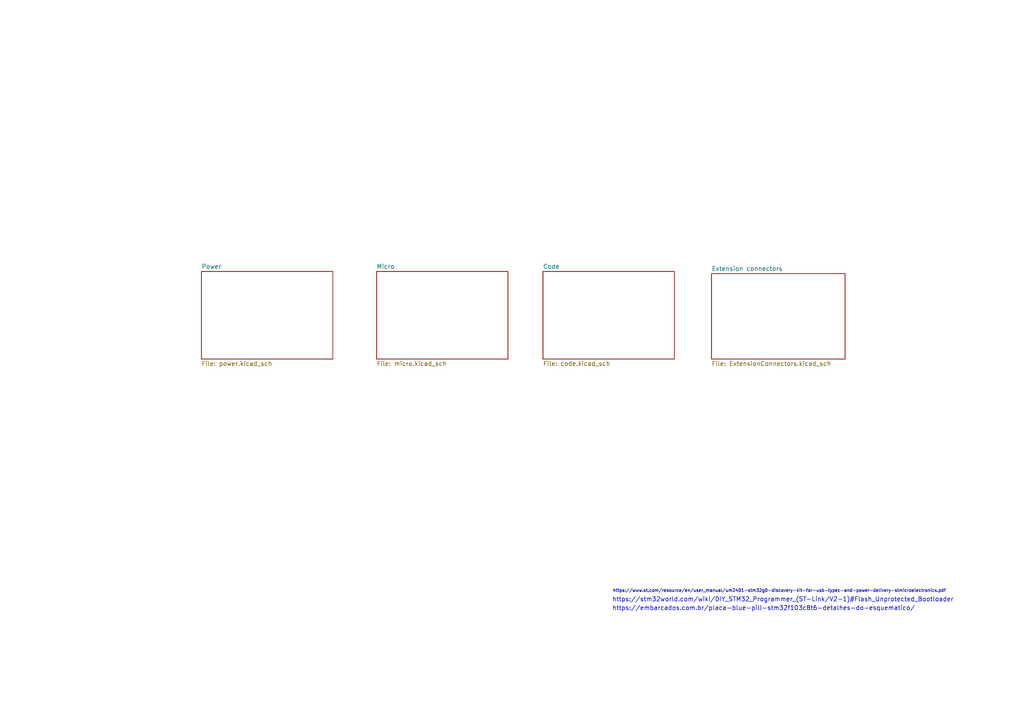
<source format=kicad_sch>
(kicad_sch
	(version 20231120)
	(generator "eeschema")
	(generator_version "8.0")
	(uuid "64c5f682-8fec-4c85-9390-1583d44cdecc")
	(paper "A4")
	(title_block
		(rev "1")
	)
	(lib_symbols)
	(text "https://stm32world.com/wiki/DIY_STM32_Programmer_(ST-Link/V2-1)#Flash_Unprotected_Bootloader\n"
		(exclude_from_sim no)
		(at 227.076 173.99 0)
		(effects
			(font
				(size 1.27 1.27)
			)
		)
		(uuid "418a14db-1812-4866-bff7-c8e4e5bba988")
	)
	(text "https://embarcados.com.br/placa-blue-pill-stm32f103c8t6-detalhes-do-esquematico/"
		(exclude_from_sim no)
		(at 221.488 176.53 0)
		(effects
			(font
				(size 1.27 1.27)
			)
		)
		(uuid "691d4ab8-7b4f-41f5-9005-02469931c96a")
	)
	(text "https://www.st.com/resource/en/user_manual/um2401-stm32g0-discovery-kit-for-usb-typec-and-power-delivery-stmicroelectronics.pdf"
		(exclude_from_sim no)
		(at 226.06 171.45 0)
		(effects
			(font
				(size 0.889 0.889)
			)
		)
		(uuid "b4f71ae6-955d-4afa-b3db-561325ebf8b3")
	)
	(sheet
		(at 109.22 78.74)
		(size 38.1 25.4)
		(fields_autoplaced yes)
		(stroke
			(width 0.1524)
			(type solid)
		)
		(fill
			(color 0 0 0 0.0000)
		)
		(uuid "2051a8ba-bf1c-45b7-8518-06663f731425")
		(property "Sheetname" "Micro"
			(at 109.22 78.0284 0)
			(effects
				(font
					(size 1.27 1.27)
				)
				(justify left bottom)
			)
		)
		(property "Sheetfile" "micro.kicad_sch"
			(at 109.22 104.7246 0)
			(effects
				(font
					(size 1.27 1.27)
				)
				(justify left top)
			)
		)
		(instances
			(project "Devboard-G070-32pins"
				(path "/64c5f682-8fec-4c85-9390-1583d44cdecc"
					(page "3")
				)
			)
		)
	)
	(sheet
		(at 206.375 79.375)
		(size 38.735 24.765)
		(fields_autoplaced yes)
		(stroke
			(width 0.1524)
			(type solid)
		)
		(fill
			(color 0 0 0 0.0000)
		)
		(uuid "290b6f7d-8953-4006-b646-06216f45cc7b")
		(property "Sheetname" "Extension connectors"
			(at 206.375 78.6634 0)
			(effects
				(font
					(size 1.27 1.27)
				)
				(justify left bottom)
			)
		)
		(property "Sheetfile" "ExtensionConnectors.kicad_sch"
			(at 206.375 104.7246 0)
			(effects
				(font
					(size 1.27 1.27)
				)
				(justify left top)
			)
		)
		(instances
			(project "Devboard-G070-32pins"
				(path "/64c5f682-8fec-4c85-9390-1583d44cdecc"
					(page "5")
				)
			)
		)
	)
	(sheet
		(at 157.48 78.74)
		(size 38.1 25.4)
		(fields_autoplaced yes)
		(stroke
			(width 0.1524)
			(type solid)
		)
		(fill
			(color 0 0 0 0.0000)
		)
		(uuid "92178afa-25e2-4cf5-913d-7d5abb21b57b")
		(property "Sheetname" "Code"
			(at 157.48 78.0284 0)
			(effects
				(font
					(size 1.27 1.27)
				)
				(justify left bottom)
			)
		)
		(property "Sheetfile" "code.kicad_sch"
			(at 157.48 104.7246 0)
			(effects
				(font
					(size 1.27 1.27)
				)
				(justify left top)
			)
		)
		(instances
			(project "Devboard-G070-32pins"
				(path "/64c5f682-8fec-4c85-9390-1583d44cdecc"
					(page "4")
				)
			)
		)
	)
	(sheet
		(at 58.42 78.74)
		(size 38.1 25.4)
		(fields_autoplaced yes)
		(stroke
			(width 0.1524)
			(type solid)
		)
		(fill
			(color 0 0 0 0.0000)
		)
		(uuid "be21e5fb-f4da-4d75-98e8-c2ccd4bd99b6")
		(property "Sheetname" "Power "
			(at 58.42 78.0284 0)
			(effects
				(font
					(size 1.27 1.27)
				)
				(justify left bottom)
			)
		)
		(property "Sheetfile" "power.kicad_sch"
			(at 58.42 104.7246 0)
			(effects
				(font
					(size 1.27 1.27)
				)
				(justify left top)
			)
		)
		(instances
			(project "Devboard-G070-32pins"
				(path "/64c5f682-8fec-4c85-9390-1583d44cdecc"
					(page "2")
				)
			)
		)
	)
	(sheet_instances
		(path "/"
			(page "1")
		)
	)
)

</source>
